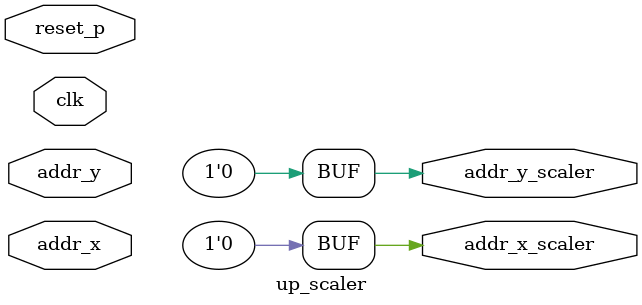
<source format=v>
module up_scaler 
#(parameter scale_factor = $clog2(2))

    (input clk, reset_p,
    input addr_x,
    input addr_y,

    output addr_x_scaler,
    output addr_y_scaler);

    wire w_25mhz;
    clock_div_4 mh_25(
                .clk(clk), .reset_p(reset_p),
                .clk_div_100(w_25mhz),
                .cp_div_100());

    integer pixel_counter;
    always @(negedge clk or posedge reset_p) begin
        if (reset_p) begin
            pixel_counter = 0;
        end
        else if(w_25mhz) begin
            pixel_counter = pixel_counter + 1;
            if (pixel_counter >= 76800) pixel_counter = 0;
        end
    end

    assign addr_x_scaler = addr_x>>scale_factor;
    assign addr_y_scaler = addr_y>>scale_factor;
endmodule
</source>
